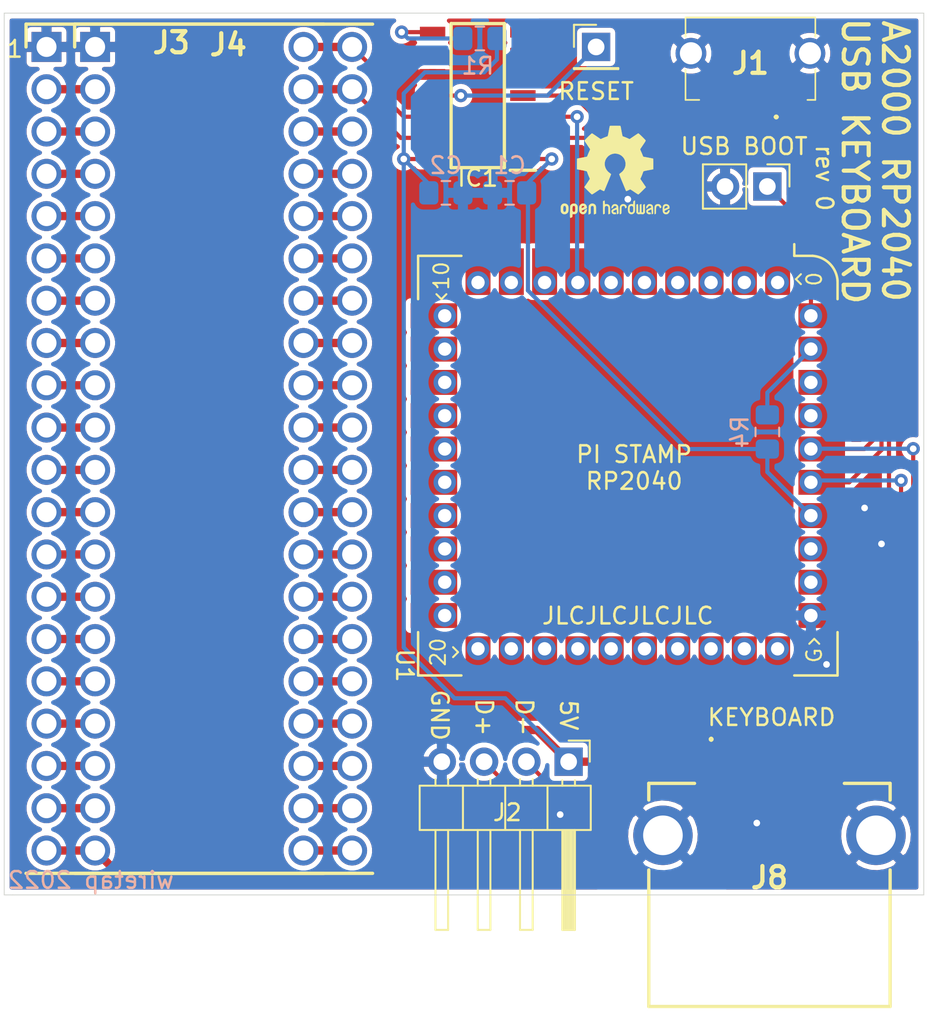
<source format=kicad_pcb>
(kicad_pcb (version 20171130) (host pcbnew "(5.1.6)-1")
  (layers (0 F.Cu signal) (31 B.Cu signal) (34 B.Paste user) (35 F.Paste user) (36 B.SilkS user) (37 F.SilkS user) (38 B.Mask user) (39 F.Mask user) (44 Edge.Cuts user))
  (net 0 "")
  (net 1 +3V3)
  (net 2 GND)
  (net 3 +5V)
  (net 4 KB_RESET)
  (net 5 KB_DATA)
  (net 6 KB_CLK)
  (net 7 "Net-(IC1-Pad6)")
  (net 8 "Net-(IC1-Pad7)")
  (net 9 "Net-(IC1-Pad8)")
  (net 10 "Net-(IC1-Pad9)")
  (net 11 KB_CLK_RAW)
  (net 12 KB_DATA_RAW)
  (net 13 KB_RESET_RAW)
  (net 14 USB_DM)
  (net 15 USB_DP)
  (net 16 "Net-(J1-Pad4)")
  (net 17 I2C_SCL)
  (net 18 I2C_SDA)
  (net 19 UART_TX)
  (net 20 UART_RX)
  (net 21 SWDIO)
  (net 22 SWCLK)
  (net 23 BOOTSEL)
  (net 24 "Net-(U1-Pad32)")
  (net 25 "Net-(U1-Pad30)")
  (net 26 "Net-(U1-Pad29)")
  (net 27 "Net-(U1-Pad28)")
  (net 28 "Net-(U1-Pad27)")
  (net 29 "Net-(U1-Pad26)")
  (net 30 "Net-(U1-Pad25)")
  (net 31 "Net-(U1-Pad24)")
  (net 32 "Net-(U1-Pad23)")
  (net 33 "Net-(U1-Pad22)")
  (net 34 "Net-(U1-Pad21)")
  (net 35 "Net-(U1-Pad20)")
  (net 36 "Net-(U1-Pad19)")
  (net 37 "Net-(U1-Pad18)")
  (net 38 "Net-(U1-Pad17)")
  (net 39 "Net-(U1-Pad16)")
  (net 40 "Net-(U1-Pad15)")
  (net 41 "Net-(U1-Pad14)")
  (net 42 "Net-(U1-Pad13)")
  (net 43 "Net-(U1-Pad12)")
  (net 44 "Net-(U1-Pad11)")
  (net 45 "Net-(U1-Pad10)")
  (net 46 "Net-(U1-Pad9)")
  (net 47 "Net-(U1-Pad8)")
  (net 48 "Net-(R4-Pad1)")
  (net 49 2)
  (net 50 3)
  (net 51 4)
  (net 52 5)
  (net 53 6)
  (net 54 7)
  (net 55 8)
  (net 56 9)
  (net 57 10)
  (net 58 11)
  (net 59 12)
  (net 60 13)
  (net 61 14)
  (net 62 15)
  (net 63 16)
  (net 64 17)
  (net 65 18)
  (net 66 19)
  (net 67 21)
  (net 68 22)
  (net 69 23)
  (net 70 24)
  (net 71 25)
  (net 72 26)
  (net 73 27)
  (net 74 28)
  (net 75 29)
  (net 76 30)
  (net 77 31)
  (net 78 32)
  (net 79 33)
  (net 80 34)
  (net 81 35)
  (net 82 36)
  (net 83 37)
  (net 84 38)
  (module Symbol:OSHW-Logo2_7.3x6mm_SilkScreen (layer F.Cu) (at 164.973 75.565)
    (fp_text reference REF** hide)
    (fp_text value OSHW-Logo2_7.3x6mm_SilkScreen hide)
  )
  (module Capacitor_SMD:C_0805_2012Metric_Pad1.15x1.40mm_HandSolder (layer B.Cu) (at 158.632 76.835 180)
    (fp_text reference C1 (at 0 1.65) (layer B.SilkS) (effects (justify mirror)))
    (fp_text value 100nF)
    (pad 1 smd roundrect (at -1.025 0 180) (size 1.15 1.4) (layers B.Cu B.Paste B.Mask) (roundrect_rratio 0.217391) (net 1 +3V3))
    (pad 2 smd roundrect (at 1.025 0 180) (size 1.15 1.4) (layers B.Cu B.Paste B.Mask) (roundrect_rratio 0.217391) (net 2 GND))
  )
  (module Capacitor_SMD:C_0805_2012Metric_Pad1.15x1.40mm_HandSolder (layer B.Cu) (at 154.804 76.835 180)
    (fp_text reference C2 (at 0 1.65) (layer B.SilkS) (effects (justify mirror)))
    (fp_text value 100nF)
    (pad 2 smd roundrect (at 1.025 0 180) (size 1.15 1.4) (layers B.Cu B.Paste B.Mask) (roundrect_rratio 0.217391) (net 3 +5V))
    (pad 1 smd roundrect (at -1.025 0 180) (size 1.15 1.4) (layers B.Cu B.Paste B.Mask) (roundrect_rratio 0.217391) (net 2 GND))
  )
  (module SOIC127P600X175-14N (layer F.Cu) (at 156.718 70.993 180)
    (fp_text reference IC1 (at 0 -4.953 180) (layer F.SilkS))
    (fp_text value TXS0104ED hide)
    (pad 1 smd rect (at -2.712 -3.81 270) (size 0.65 1.525) (layers F.Cu F.Paste F.Mask) (net 1 +3V3))
    (pad 2 smd rect (at -2.712 -2.54 270) (size 0.65 1.525) (layers F.Cu F.Paste F.Mask) (net 5 KB_DATA))
    (pad 3 smd rect (at -2.712 -1.27 270) (size 0.65 1.525) (layers F.Cu F.Paste F.Mask) (net 6 KB_CLK))
    (pad 4 smd rect (at -2.712 0 270) (size 0.65 1.525) (layers F.Cu F.Paste F.Mask) (net 4 KB_RESET))
    (pad 5 smd rect (at -2.712 1.27 270) (size 0.65 1.525) (layers F.Cu F.Paste F.Mask) (net 2 GND))
    (pad 6 smd rect (at -2.712 2.54 270) (size 0.65 1.525) (layers F.Cu F.Paste F.Mask) (net 7 "Net-(IC1-Pad6)"))
    (pad 7 smd rect (at -2.712 3.81 270) (size 0.65 1.525) (layers F.Cu F.Paste F.Mask) (net 8 "Net-(IC1-Pad7)"))
    (pad 8 smd rect (at 2.712 3.81 270) (size 0.65 1.525) (layers F.Cu F.Paste F.Mask) (net 9 "Net-(IC1-Pad8)"))
    (pad 9 smd rect (at 2.712 2.54 270) (size 0.65 1.525) (layers F.Cu F.Paste F.Mask) (net 10 "Net-(IC1-Pad9)"))
    (pad 10 smd rect (at 2.712 1.27 270) (size 0.65 1.525) (layers F.Cu F.Paste F.Mask) (net 2 GND))
    (pad 11 smd rect (at 2.712 0 270) (size 0.65 1.525) (layers F.Cu F.Paste F.Mask) (net 13 KB_RESET_RAW))
    (pad 12 smd rect (at 2.712 -1.27 270) (size 0.65 1.525) (layers F.Cu F.Paste F.Mask) (net 11 KB_CLK_RAW))
    (pad 13 smd rect (at 2.712 -2.54 270) (size 0.65 1.525) (layers F.Cu F.Paste F.Mask) (net 12 KB_DATA_RAW))
    (pad 14 smd rect (at 2.712 -3.81 270) (size 0.65 1.525) (layers F.Cu F.Paste F.Mask) (net 3 +5V))
  )
  (module USB307530A (layer F.Cu) (at 173.101 68.453 180)
    (fp_text reference J1 (at 0 -0.6) (layer F.SilkS) (effects (font (size 1.27 1.27) (thickness 0.254))))
    (fp_text value USB3075-30-A hide)
    (pad 1 smd rect (at -1.3 -2.65 180) (size 0.4 1.4) (layers F.Cu F.Paste F.Mask) (net 3 +5V))
    (pad 2 smd rect (at -0.65 -2.65 180) (size 0.4 1.4) (layers F.Cu F.Paste F.Mask) (net 14 USB_DM))
    (pad 3 smd rect (at 0 -2.65 180) (size 0.4 1.4) (layers F.Cu F.Paste F.Mask) (net 15 USB_DP))
    (pad 4 smd rect (at 0.65 -2.65 180) (size 0.4 1.4) (layers F.Cu F.Paste F.Mask) (net 16 "Net-(J1-Pad4)"))
    (pad 5 smd rect (at 1.3 -2.65 180) (size 0.4 1.4) (layers F.Cu F.Paste F.Mask) (net 2 GND))
    (pad MH1 thru_hole circle (at -3.575 0 180) (size 1.85 1.85) (drill 1.3285) (layers *.Cu *.Mask) (net 2 GND))
    (pad MH2 thru_hole circle (at 3.575 0 180) (size 1.85 1.85) (drill 1.3285) (layers *.Cu *.Mask) (net 2 GND))
    (pad MP1 smd rect (at -1.125 0 180) (size 1.75 1.9) (layers F.Cu F.Paste F.Mask) (net 2 GND))
    (pad MP2 smd rect (at 1.125 0 180) (size 1.75 1.9) (layers F.Cu F.Paste F.Mask) (net 2 GND))
    (pad MP3 smd rect (at -2.32 -2.23 180) (size 1.15 1.45) (layers F.Cu F.Paste F.Mask) (net 2 GND))
    (pad MP4 smd rect (at 2.32 -2.23 180) (size 1.15 1.45) (layers F.Cu F.Paste F.Mask) (net 2 GND))
  )
  (module DIPS1544W70P254L5080H530Q40N (layer F.Cu) (at 130.81 68.072)
    (fp_text reference J3 (at 7.493 -0.254) (layer F.SilkS) (effects (font (size 1.27 1.27) (thickness 0.254))))
    (fp_text value CIA hide)
    (pad 1 thru_hole rect (at 0 0) (size 1.8 1.8) (drill 1.2) (layers *.Cu *.Mask) (net 2 GND))
    (pad 2 thru_hole circle (at 0 2.54) (size 1.8 1.8) (drill 1.2) (layers *.Cu *.Mask) (net 49 2))
    (pad 3 thru_hole circle (at 0 5.08) (size 1.8 1.8) (drill 1.2) (layers *.Cu *.Mask) (net 50 3))
    (pad 4 thru_hole circle (at 0 7.62) (size 1.8 1.8) (drill 1.2) (layers *.Cu *.Mask) (net 51 4))
    (pad 5 thru_hole circle (at 0 10.16) (size 1.8 1.8) (drill 1.2) (layers *.Cu *.Mask) (net 52 5))
    (pad 6 thru_hole circle (at 0 12.7) (size 1.8 1.8) (drill 1.2) (layers *.Cu *.Mask) (net 53 6))
    (pad 7 thru_hole circle (at 0 15.24) (size 1.8 1.8) (drill 1.2) (layers *.Cu *.Mask) (net 54 7))
    (pad 8 thru_hole circle (at 0 17.78) (size 1.8 1.8) (drill 1.2) (layers *.Cu *.Mask) (net 55 8))
    (pad 9 thru_hole circle (at 0 20.32) (size 1.8 1.8) (drill 1.2) (layers *.Cu *.Mask) (net 56 9))
    (pad 10 thru_hole circle (at 0 22.86) (size 1.8 1.8) (drill 1.2) (layers *.Cu *.Mask) (net 57 10))
    (pad 11 thru_hole circle (at 0 25.4) (size 1.8 1.8) (drill 1.2) (layers *.Cu *.Mask) (net 58 11))
    (pad 12 thru_hole circle (at 0 27.94) (size 1.8 1.8) (drill 1.2) (layers *.Cu *.Mask) (net 59 12))
    (pad 13 thru_hole circle (at 0 30.48) (size 1.8 1.8) (drill 1.2) (layers *.Cu *.Mask) (net 60 13))
    (pad 14 thru_hole circle (at 0 33.02) (size 1.8 1.8) (drill 1.2) (layers *.Cu *.Mask) (net 61 14))
    (pad 15 thru_hole circle (at 0 35.56) (size 1.8 1.8) (drill 1.2) (layers *.Cu *.Mask) (net 62 15))
    (pad 16 thru_hole circle (at 0 38.1) (size 1.8 1.8) (drill 1.2) (layers *.Cu *.Mask) (net 63 16))
    (pad 17 thru_hole circle (at 0 40.64) (size 1.8 1.8) (drill 1.2) (layers *.Cu *.Mask) (net 64 17))
    (pad 18 thru_hole circle (at 0 43.18) (size 1.8 1.8) (drill 1.2) (layers *.Cu *.Mask) (net 65 18))
    (pad 19 thru_hole circle (at 0 45.72) (size 1.8 1.8) (drill 1.2) (layers *.Cu *.Mask) (net 66 19))
    (pad 20 thru_hole circle (at 0 48.26) (size 1.8 1.8) (drill 1.2) (layers *.Cu *.Mask) (net 3 +5V))
    (pad 21 thru_hole circle (at 15.44 48.26) (size 1.8 1.8) (drill 1.2) (layers *.Cu *.Mask) (net 67 21))
    (pad 22 thru_hole circle (at 15.44 45.72) (size 1.8 1.8) (drill 1.2) (layers *.Cu *.Mask) (net 68 22))
    (pad 23 thru_hole circle (at 15.44 43.18) (size 1.8 1.8) (drill 1.2) (layers *.Cu *.Mask) (net 69 23))
    (pad 24 thru_hole circle (at 15.44 40.64) (size 1.8 1.8) (drill 1.2) (layers *.Cu *.Mask) (net 70 24))
    (pad 25 thru_hole circle (at 15.44 38.1) (size 1.8 1.8) (drill 1.2) (layers *.Cu *.Mask) (net 71 25))
    (pad 26 thru_hole circle (at 15.44 35.56) (size 1.8 1.8) (drill 1.2) (layers *.Cu *.Mask) (net 72 26))
    (pad 27 thru_hole circle (at 15.44 33.02) (size 1.8 1.8) (drill 1.2) (layers *.Cu *.Mask) (net 73 27))
    (pad 28 thru_hole circle (at 15.44 30.48) (size 1.8 1.8) (drill 1.2) (layers *.Cu *.Mask) (net 74 28))
    (pad 29 thru_hole circle (at 15.44 27.94) (size 1.8 1.8) (drill 1.2) (layers *.Cu *.Mask) (net 75 29))
    (pad 30 thru_hole circle (at 15.44 25.4) (size 1.8 1.8) (drill 1.2) (layers *.Cu *.Mask) (net 76 30))
    (pad 31 thru_hole circle (at 15.44 22.86) (size 1.8 1.8) (drill 1.2) (layers *.Cu *.Mask) (net 77 31))
    (pad 32 thru_hole circle (at 15.44 20.32) (size 1.8 1.8) (drill 1.2) (layers *.Cu *.Mask) (net 78 32))
    (pad 33 thru_hole circle (at 15.44 17.78) (size 1.8 1.8) (drill 1.2) (layers *.Cu *.Mask) (net 79 33))
    (pad 34 thru_hole circle (at 15.44 15.24) (size 1.8 1.8) (drill 1.2) (layers *.Cu *.Mask) (net 80 34))
    (pad 35 thru_hole circle (at 15.44 12.7) (size 1.8 1.8) (drill 1.2) (layers *.Cu *.Mask) (net 81 35))
    (pad 36 thru_hole circle (at 15.44 10.16) (size 1.8 1.8) (drill 1.2) (layers *.Cu *.Mask) (net 82 36))
    (pad 37 thru_hole circle (at 15.44 7.62) (size 1.8 1.8) (drill 1.2) (layers *.Cu *.Mask) (net 83 37))
    (pad 38 thru_hole circle (at 15.44 5.08) (size 1.8 1.8) (drill 1.2) (layers *.Cu *.Mask) (net 84 38))
    (pad 39 thru_hole circle (at 15.44 2.54) (size 1.8 1.8) (drill 1.2) (layers *.Cu *.Mask) (net 12 KB_DATA_RAW))
    (pad 40 thru_hole circle (at 15.44 0) (size 1.8 1.8) (drill 1.2) (layers *.Cu *.Mask) (net 11 KB_CLK_RAW))
  )
  (module DIPS1544W70P254L5080H530Q40N (layer F.Cu) (at 133.731 68.072)
    (fp_text reference J4 (at 8.001 -0.127) (layer F.SilkS) (effects (font (size 1.27 1.27) (thickness 0.254))))
    (fp_text value CIA-board hide)
    (pad 40 thru_hole circle (at 15.44 0) (size 1.8 1.8) (drill 1.2) (layers *.Cu *.Mask) (net 11 KB_CLK_RAW))
    (pad 39 thru_hole circle (at 15.44 2.54) (size 1.8 1.8) (drill 1.2) (layers *.Cu *.Mask) (net 12 KB_DATA_RAW))
    (pad 38 thru_hole circle (at 15.44 5.08) (size 1.8 1.8) (drill 1.2) (layers *.Cu *.Mask) (net 84 38))
    (pad 37 thru_hole circle (at 15.44 7.62) (size 1.8 1.8) (drill 1.2) (layers *.Cu *.Mask) (net 83 37))
    (pad 36 thru_hole circle (at 15.44 10.16) (size 1.8 1.8) (drill 1.2) (layers *.Cu *.Mask) (net 82 36))
    (pad 35 thru_hole circle (at 15.44 12.7) (size 1.8 1.8) (drill 1.2) (layers *.Cu *.Mask) (net 81 35))
    (pad 34 thru_hole circle (at 15.44 15.24) (size 1.8 1.8) (drill 1.2) (layers *.Cu *.Mask) (net 80 34))
    (pad 33 thru_hole circle (at 15.44 17.78) (size 1.8 1.8) (drill 1.2) (layers *.Cu *.Mask) (net 79 33))
    (pad 32 thru_hole circle (at 15.44 20.32) (size 1.8 1.8) (drill 1.2) (layers *.Cu *.Mask) (net 78 32))
    (pad 31 thru_hole circle (at 15.44 22.86) (size 1.8 1.8) (drill 1.2) (layers *.Cu *.Mask) (net 77 31))
    (pad 30 thru_hole circle (at 15.44 25.4) (size 1.8 1.8) (drill 1.2) (layers *.Cu *.Mask) (net 76 30))
    (pad 29 thru_hole circle (at 15.44 27.94) (size 1.8 1.8) (drill 1.2) (layers *.Cu *.Mask) (net 75 29))
    (pad 28 thru_hole circle (at 15.44 30.48) (size 1.8 1.8) (drill 1.2) (layers *.Cu *.Mask) (net 74 28))
    (pad 27 thru_hole circle (at 15.44 33.02) (size 1.8 1.8) (drill 1.2) (layers *.Cu *.Mask) (net 73 27))
    (pad 26 thru_hole circle (at 15.44 35.56) (size 1.8 1.8) (drill 1.2) (layers *.Cu *.Mask) (net 72 26))
    (pad 25 thru_hole circle (at 15.44 38.1) (size 1.8 1.8) (drill 1.2) (layers *.Cu *.Mask) (net 71 25))
    (pad 24 thru_hole circle (at 15.44 40.64) (size 1.8 1.8) (drill 1.2) (layers *.Cu *.Mask) (net 70 24))
    (pad 23 thru_hole circle (at 15.44 43.18) (size 1.8 1.8) (drill 1.2) (layers *.Cu *.Mask) (net 69 23))
    (pad 22 thru_hole circle (at 15.44 45.72) (size 1.8 1.8) (drill 1.2) (layers *.Cu *.Mask) (net 68 22))
    (pad 21 thru_hole circle (at 15.44 48.26) (size 1.8 1.8) (drill 1.2) (layers *.Cu *.Mask) (net 67 21))
    (pad 20 thru_hole circle (at 0 48.26) (size 1.8 1.8) (drill 1.2) (layers *.Cu *.Mask) (net 3 +5V))
    (pad 19 thru_hole circle (at 0 45.72) (size 1.8 1.8) (drill 1.2) (layers *.Cu *.Mask) (net 66 19))
    (pad 18 thru_hole circle (at 0 43.18) (size 1.8 1.8) (drill 1.2) (layers *.Cu *.Mask) (net 65 18))
    (pad 17 thru_hole circle (at 0 40.64) (size 1.8 1.8) (drill 1.2) (layers *.Cu *.Mask) (net 64 17))
    (pad 16 thru_hole circle (at 0 38.1) (size 1.8 1.8) (drill 1.2) (layers *.Cu *.Mask) (net 63 16))
    (pad 15 thru_hole circle (at 0 35.56) (size 1.8 1.8) (drill 1.2) (layers *.Cu *.Mask) (net 62 15))
    (pad 14 thru_hole circle (at 0 33.02) (size 1.8 1.8) (drill 1.2) (layers *.Cu *.Mask) (net 61 14))
    (pad 13 thru_hole circle (at 0 30.48) (size 1.8 1.8) (drill 1.2) (layers *.Cu *.Mask) (net 60 13))
    (pad 12 thru_hole circle (at 0 27.94) (size 1.8 1.8) (drill 1.2) (layers *.Cu *.Mask) (net 59 12))
    (pad 11 thru_hole circle (at 0 25.4) (size 1.8 1.8) (drill 1.2) (layers *.Cu *.Mask) (net 58 11))
    (pad 10 thru_hole circle (at 0 22.86) (size 1.8 1.8) (drill 1.2) (layers *.Cu *.Mask) (net 57 10))
    (pad 9 thru_hole circle (at 0 20.32) (size 1.8 1.8) (drill 1.2) (layers *.Cu *.Mask) (net 56 9))
    (pad 8 thru_hole circle (at 0 17.78) (size 1.8 1.8) (drill 1.2) (layers *.Cu *.Mask) (net 55 8))
    (pad 7 thru_hole circle (at 0 15.24) (size 1.8 1.8) (drill 1.2) (layers *.Cu *.Mask) (net 54 7))
    (pad 6 thru_hole circle (at 0 12.7) (size 1.8 1.8) (drill 1.2) (layers *.Cu *.Mask) (net 53 6))
    (pad 5 thru_hole circle (at 0 10.16) (size 1.8 1.8) (drill 1.2) (layers *.Cu *.Mask) (net 52 5))
    (pad 4 thru_hole circle (at 0 7.62) (size 1.8 1.8) (drill 1.2) (layers *.Cu *.Mask) (net 51 4))
    (pad 3 thru_hole circle (at 0 5.08) (size 1.8 1.8) (drill 1.2) (layers *.Cu *.Mask) (net 50 3))
    (pad 2 thru_hole circle (at 0 2.54) (size 1.8 1.8) (drill 1.2) (layers *.Cu *.Mask) (net 49 2))
    (pad 1 thru_hole rect (at 0 0) (size 1.8 1.8) (drill 1.2) (layers *.Cu *.Mask) (net 2 GND))
  )
  (module Connector_PinHeader_2.54mm:PinHeader_1x01_P2.54mm_Vertical (layer F.Cu) (at 163.83 68.072)
    (fp_text reference J7 hide)
    (fp_text value Amiga_Reset)
    (pad 1 thru_hole rect (at 0 0) (size 1.7 1.7) (drill 1) (layers *.Cu *.Mask) (net 13 KB_RESET_RAW))
  )
  (module USB1046GF0190LBA (layer F.Cu) (at 174.244 118.999)
    (fp_text reference J8 (at 0 -1.04) (layer F.SilkS) (effects (font (size 1.27 1.27) (thickness 0.254))))
    (fp_text value USB1046-GF-0190-L-B-A hide)
    (pad 1 smd rect (at -3.5 -7.28) (size 1.3 3) (layers F.Cu F.Paste F.Mask) (net 3 +5V))
    (pad 2 smd rect (at -1 -7.28) (size 1.3 3) (layers F.Cu F.Paste F.Mask) (net 14 USB_DM))
    (pad 3 smd rect (at 1 -7.28) (size 1.3 3) (layers F.Cu F.Paste F.Mask) (net 15 USB_DP))
    (pad 4 smd rect (at 3.5 -7.28) (size 1.3 3) (layers F.Cu F.Paste F.Mask) (net 2 GND))
    (pad MH1 thru_hole circle (at -6.4 -3.58) (size 3.57 3.57) (drill 2.38) (layers *.Cu *.Mask) (net 2 GND))
    (pad MH2 thru_hole circle (at 6.4 -3.58) (size 3.57 3.57) (drill 2.38) (layers *.Cu *.Mask) (net 2 GND))
  )
  (module Connector_PinHeader_2.54mm:PinHeader_1x02_P2.54mm_Vertical (layer F.Cu) (at 174.117 76.454 270)
    (fp_text reference J9 hide)
    (fp_text value USB_BOOT)
    (pad 1 thru_hole rect (at 0 0 270) (size 1.7 1.7) (drill 1) (layers *.Cu *.Mask) (net 23 BOOTSEL))
    (pad 2 thru_hole oval (at 0 2.54 270) (size 1.7 1.7) (drill 1) (layers *.Cu *.Mask) (net 2 GND))
  )
  (module Resistor_SMD:R_0805_2012Metric_Pad1.15x1.40mm_HandSolder (layer B.Cu) (at 156.845 67.564 180)
    (fp_text reference R1 (at 0.127 -1.651) (layer B.SilkS) (effects (justify mirror)))
    (fp_text value 10k)
    (pad 1 smd roundrect (at -1.025 0 180) (size 1.15 1.4) (layers B.Cu B.Paste B.Mask) (roundrect_rratio 0.217391) (net 3 +5V))
    (pad 2 smd roundrect (at 1.025 0 180) (size 1.15 1.4) (layers B.Cu B.Paste B.Mask) (roundrect_rratio 0.217391) (net 9 "Net-(IC1-Pad8)"))
  )
  (module Resistor_SMD:R_0805_2012Metric_Pad1.15x1.40mm_HandSolder (layer B.Cu) (at 174.117 91.195 270)
    (fp_text reference R4 (at 0 1.65 90) (layer B.SilkS) (effects (justify mirror)))
    (fp_text value 10k)
    (pad 2 smd roundrect (at 1.025 0 270) (size 1.15 1.4) (layers B.Cu B.Paste B.Mask) (roundrect_rratio 0.217391) (net 1 +3V3))
    (pad 1 smd roundrect (at -1.025 0 270) (size 1.15 1.4) (layers B.Cu B.Paste B.Mask) (roundrect_rratio 0.217391) (net 48 "Net-(R4-Pad1)"))
  )
  (module SamacSys_Parts:RP2040_Stamp_THT (layer F.Cu) (at 165.735 93.218 270)
    (fp_text reference U1 (at 12 13.4 270 unlocked) (layer F.SilkS))
    (fp_text value RP2040_Stamp)
    (fp_text user 10 (at -11.4 11.2 90) (layer F.SilkS) (effects (font (size 0.9 0.9) (thickness 0.12))))
    (fp_text user 0 (at -11.2 -11.2 90) (layer F.SilkS) (effects (font (size 0.9 0.9) (thickness 0.12))))
    (fp_text user 20 (at 11.2 11.4 90) (layer F.SilkS) (effects (font (size 0.9 0.9) (thickness 0.12))))
    (fp_text user G (at 11.4 -11.2 90) (layer F.SilkS) (effects (font (size 0.9 0.9) (thickness 0.12))))
    (pad 40 thru_hole oval (at -9 -11 270) (size 1.35 1.35) (drill 0.8) (layers *.Cu *.Mask) (net 23 BOOTSEL))
    (pad 40 smd rect (at -9 -11.65 180) (size 2.8 1.5) (layers F.Cu F.Paste F.Mask) (net 23 BOOTSEL))
    (pad 39 smd rect (at -7 -11.65 180) (size 2.8 1.5) (layers F.Cu F.Paste F.Mask) (net 48 "Net-(R4-Pad1)"))
    (pad 39 thru_hole oval (at -7 -11 270) (size 1.35 1.35) (drill 0.8) (layers *.Cu *.Mask) (net 48 "Net-(R4-Pad1)"))
    (pad 38 thru_hole oval (at -5 -11 270) (size 1.35 1.35) (drill 0.8) (layers *.Cu *.Mask) (net 22 SWCLK))
    (pad 38 smd rect (at -5 -11.65 180) (size 2.8 1.5) (layers F.Cu F.Paste F.Mask) (net 22 SWCLK))
    (pad 37 smd rect (at -3 -11.65 180) (size 2.8 1.5) (layers F.Cu F.Paste F.Mask) (net 21 SWDIO))
    (pad 37 thru_hole oval (at -3 -11 270) (size 1.35 1.35) (drill 0.8) (layers *.Cu *.Mask) (net 21 SWDIO))
    (pad 36 thru_hole oval (at -1 -11 270) (size 1.35 1.35) (drill 0.8) (layers *.Cu *.Mask) (net 15 USB_DP))
    (pad 36 smd rect (at -1 -11.65 180) (size 2.8 1.5) (layers F.Cu F.Paste F.Mask) (net 15 USB_DP))
    (pad 35 thru_hole oval (at 1 -11 270) (size 1.35 1.35) (drill 0.8) (layers *.Cu *.Mask) (net 14 USB_DM))
    (pad 35 smd rect (at 1 -11.65 180) (size 2.8 1.5) (layers F.Cu F.Paste F.Mask) (net 14 USB_DM))
    (pad 34 smd rect (at 3 -11.65 180) (size 2.8 1.5) (layers F.Cu F.Paste F.Mask) (net 1 +3V3))
    (pad 34 thru_hole oval (at 3 -11 270) (size 1.35 1.35) (drill 0.8) (layers *.Cu *.Mask) (net 1 +3V3))
    (pad 33 smd rect (at 5 -11.65 180) (size 2.8 1.5) (layers F.Cu F.Paste F.Mask) (net 3 +5V))
    (pad 33 thru_hole oval (at 5 -11 270) (size 1.35 1.35) (drill 0.8) (layers *.Cu *.Mask) (net 3 +5V))
    (pad 32 thru_hole oval (at 7 -11 270) (size 1.35 1.35) (drill 0.8) (layers *.Cu *.Mask) (net 24 "Net-(U1-Pad32)"))
    (pad 32 smd rect (at 7 -11.65 180) (size 2.8 1.5) (layers F.Cu F.Paste F.Mask) (net 24 "Net-(U1-Pad32)"))
    (pad 31 thru_hole oval (at 9 -11 270) (size 1.35 1.35) (drill 0.8) (layers *.Cu *.Mask) (net 2 GND))
    (pad 31 smd rect (at 9 -11.65 180) (size 2.8 1.5) (layers F.Cu F.Paste F.Mask) (net 2 GND))
    (pad 30 smd rect (at 11.65 -9 270) (size 2.8 1.5) (layers F.Cu F.Paste F.Mask) (net 25 "Net-(U1-Pad30)"))
    (pad 30 thru_hole oval (at 11 -9 270) (size 1.35 1.35) (drill 0.8) (layers *.Cu *.Mask) (net 25 "Net-(U1-Pad30)"))
    (pad 29 smd rect (at 11.65 -7 270) (size 2.8 1.5) (layers F.Cu F.Paste F.Mask) (net 26 "Net-(U1-Pad29)"))
    (pad 29 thru_hole oval (at 11 -7 270) (size 1.35 1.35) (drill 0.8) (layers *.Cu *.Mask) (net 26 "Net-(U1-Pad29)"))
    (pad 28 smd rect (at 11.65 -5 270) (size 2.8 1.5) (layers F.Cu F.Paste F.Mask) (net 27 "Net-(U1-Pad28)"))
    (pad 28 thru_hole oval (at 11 -5 270) (size 1.35 1.35) (drill 0.8) (layers *.Cu *.Mask) (net 27 "Net-(U1-Pad28)"))
    (pad 27 smd rect (at 11.65 -3 270) (size 2.8 1.5) (layers F.Cu F.Paste F.Mask) (net 28 "Net-(U1-Pad27)"))
    (pad 27 thru_hole oval (at 11 -3 270) (size 1.35 1.35) (drill 0.8) (layers *.Cu *.Mask) (net 28 "Net-(U1-Pad27)"))
    (pad 26 thru_hole oval (at 11 -1 270) (size 1.35 1.35) (drill 0.8) (layers *.Cu *.Mask) (net 29 "Net-(U1-Pad26)"))
    (pad 26 smd rect (at 11.65 -1 270) (size 2.8 1.5) (layers F.Cu F.Paste F.Mask) (net 29 "Net-(U1-Pad26)"))
    (pad 25 smd rect (at 11.65 1 270) (size 2.8 1.5) (layers F.Cu F.Paste F.Mask) (net 30 "Net-(U1-Pad25)"))
    (pad 25 thru_hole oval (at 11 1 270) (size 1.35 1.35) (drill 0.8) (layers *.Cu *.Mask) (net 30 "Net-(U1-Pad25)"))
    (pad 24 thru_hole oval (at 11 3 270) (size 1.35 1.35) (drill 0.8) (layers *.Cu *.Mask) (net 31 "Net-(U1-Pad24)"))
    (pad 24 smd rect (at 11.65 3 270) (size 2.8 1.5) (layers F.Cu F.Paste F.Mask) (net 31 "Net-(U1-Pad24)"))
    (pad 23 smd rect (at 11.65 5 270) (size 2.8 1.5) (layers F.Cu F.Paste F.Mask) (net 32 "Net-(U1-Pad23)"))
    (pad 23 thru_hole oval (at 11 5 270) (size 1.35 1.35) (drill 0.8) (layers *.Cu *.Mask) (net 32 "Net-(U1-Pad23)"))
    (pad 22 smd rect (at 11.65 7 270) (size 2.8 1.5) (layers F.Cu F.Paste F.Mask) (net 33 "Net-(U1-Pad22)"))
    (pad 22 thru_hole oval (at 11 7 270) (size 1.35 1.35) (drill 0.8) (layers *.Cu *.Mask) (net 33 "Net-(U1-Pad22)"))
    (pad 21 smd rect (at 11.65 9 270) (size 2.8 1.5) (layers F.Cu F.Paste F.Mask) (net 34 "Net-(U1-Pad21)"))
    (pad 21 thru_hole oval (at 11 9 270) (size 1.35 1.35) (drill 0.8) (layers *.Cu *.Mask) (net 34 "Net-(U1-Pad21)"))
    (pad 20 thru_hole oval (at 9 11 270) (size 1.35 1.35) (drill 0.8) (layers *.Cu *.Mask) (net 35 "Net-(U1-Pad20)"))
    (pad 20 smd rect (at 9 11.65 180) (size 2.8 1.5) (layers F.Cu F.Paste F.Mask) (net 35 "Net-(U1-Pad20)"))
    (pad 19 thru_hole oval (at 7 11 270) (size 1.35 1.35) (drill 0.8) (layers *.Cu *.Mask) (net 36 "Net-(U1-Pad19)"))
    (pad 19 smd rect (at 7 11.65 180) (size 2.8 1.5) (layers F.Cu F.Paste F.Mask) (net 36 "Net-(U1-Pad19)"))
    (pad 18 smd rect (at 5 11.65 180) (size 2.8 1.5) (layers F.Cu F.Paste F.Mask) (net 37 "Net-(U1-Pad18)"))
    (pad 18 thru_hole oval (at 5 11 270) (size 1.35 1.35) (drill 0.8) (layers *.Cu *.Mask) (net 37 "Net-(U1-Pad18)"))
    (pad 17 smd rect (at 3 11.65 180) (size 2.8 1.5) (layers F.Cu F.Paste F.Mask) (net 38 "Net-(U1-Pad17)"))
    (pad 17 thru_hole oval (at 3 11 270) (size 1.35 1.35) (drill 0.8) (layers *.Cu *.Mask) (net 38 "Net-(U1-Pad17)"))
    (pad 16 thru_hole oval (at 1 11 270) (size 1.35 1.35) (drill 0.8) (layers *.Cu *.Mask) (net 39 "Net-(U1-Pad16)"))
    (pad 16 smd rect (at 1 11.65 180) (size 2.8 1.5) (layers F.Cu F.Paste F.Mask) (net 39 "Net-(U1-Pad16)"))
    (pad 15 smd rect (at -1 11.65 180) (size 2.8 1.5) (layers F.Cu F.Paste F.Mask) (net 40 "Net-(U1-Pad15)"))
    (pad 15 thru_hole oval (at -1 11 270) (size 1.35 1.35) (drill 0.8) (layers *.Cu *.Mask) (net 40 "Net-(U1-Pad15)"))
    (pad 14 smd rect (at -3 11.65 180) (size 2.8 1.5) (layers F.Cu F.Paste F.Mask) (net 41 "Net-(U1-Pad14)"))
    (pad 14 thru_hole oval (at -3 11 270) (size 1.35 1.35) (drill 0.8) (layers *.Cu *.Mask) (net 41 "Net-(U1-Pad14)"))
    (pad 13 smd rect (at -5 11.65 180) (size 2.8 1.5) (layers F.Cu F.Paste F.Mask) (net 42 "Net-(U1-Pad13)"))
    (pad 13 thru_hole oval (at -5 11 270) (size 1.35 1.35) (drill 0.8) (layers *.Cu *.Mask) (net 42 "Net-(U1-Pad13)"))
    (pad 12 smd rect (at -7 11.65 180) (size 2.8 1.5) (layers F.Cu F.Paste F.Mask) (net 43 "Net-(U1-Pad12)"))
    (pad 12 thru_hole oval (at -7 11 270) (size 1.35 1.35) (drill 0.8) (layers *.Cu *.Mask) (net 43 "Net-(U1-Pad12)"))
    (pad 11 thru_hole oval (at -9 11 270) (size 1.35 1.35) (drill 0.8) (layers *.Cu *.Mask) (net 44 "Net-(U1-Pad11)"))
    (pad 11 smd rect (at -9 11.65 180) (size 2.8 1.5) (layers F.Cu F.Paste F.Mask) (net 44 "Net-(U1-Pad11)"))
    (pad 10 smd rect (at -11.65 9 270) (size 2.8 1.5) (layers F.Cu F.Paste F.Mask) (net 45 "Net-(U1-Pad10)"))
    (pad 10 thru_hole oval (at -11 9 270) (size 1.35 1.35) (drill 0.8) (layers *.Cu *.Mask) (net 45 "Net-(U1-Pad10)"))
    (pad 9 smd rect (at -11.65 7 270) (size 2.8 1.5) (layers F.Cu F.Paste F.Mask) (net 46 "Net-(U1-Pad9)"))
    (pad 9 thru_hole oval (at -11 7 270) (size 1.35 1.35) (drill 0.8) (layers *.Cu *.Mask) (net 46 "Net-(U1-Pad9)"))
    (pad 8 smd rect (at -11.65 5 270) (size 2.8 1.5) (layers F.Cu F.Paste F.Mask) (net 47 "Net-(U1-Pad8)"))
    (pad 8 thru_hole oval (at -11 5 270) (size 1.35 1.35) (drill 0.8) (layers *.Cu *.Mask) (net 47 "Net-(U1-Pad8)"))
    (pad 7 thru_hole oval (at -11 3 270) (size 1.35 1.35) (drill 0.8) (layers *.Cu *.Mask) (net 6 KB_CLK))
    (pad 7 smd rect (at -11.65 3 270) (size 2.8 1.5) (layers F.Cu F.Paste F.Mask) (net 6 KB_CLK))
    (pad 6 smd rect (at -11.65 1 270) (size 2.8 1.5) (layers F.Cu F.Paste F.Mask) (net 5 KB_DATA))
    (pad 6 thru_hole oval (at -11 1 270) (size 1.35 1.35) (drill 0.8) (layers *.Cu *.Mask) (net 5 KB_DATA))
    (pad 5 thru_hole oval (at -11 -1 270) (size 1.35 1.35) (drill 0.8) (layers *.Cu *.Mask) (net 4 KB_RESET))
    (pad 5 smd rect (at -11.65 -1 270) (size 2.8 1.5) (layers F.Cu F.Paste F.Mask) (net 4 KB_RESET))
    (pad 4 smd rect (at -11.65 -3 270) (size 2.8 1.5) (layers F.Cu F.Paste F.Mask) (net 17 I2C_SCL))
    (pad 4 thru_hole oval (at -11 -3 270) (size 1.35 1.35) (drill 0.8) (layers *.Cu *.Mask) (net 17 I2C_SCL))
    (pad 3 thru_hole oval (at -11 -5 270) (size 1.35 1.35) (drill 0.8) (layers *.Cu *.Mask) (net 18 I2C_SDA))
    (pad 3 smd rect (at -11.65 -5 270) (size 2.8 1.5) (layers F.Cu F.Paste F.Mask) (net 18 I2C_SDA))
    (pad 2 thru_hole oval (at -11 -7 270) (size 1.35 1.35) (drill 0.8) (layers *.Cu *.Mask) (net 20 UART_RX))
    (pad 2 smd rect (at -11.65 -7 270) (size 2.8 1.5) (layers F.Cu F.Paste F.Mask) (net 20 UART_RX))
    (pad 1 smd rect (at -11.65 -9 270) (size 2.8 1.5) (layers F.Cu F.Paste F.Mask) (net 19 UART_TX))
    (pad 1 thru_hole circle (at -11 -9 270) (size 1.35 1.35) (drill 0.8) (layers *.Cu *.Mask) (net 19 UART_TX))
  )
  (module Connector_PinHeader_2.54mm:PinHeader_1x04_P2.54mm_Horizontal (layer F.Cu) (at 162.179 110.998 270)
    (fp_text reference J2 (at 3.048 3.683) (layer F.SilkS))
    (fp_text value USB_HEADER)
    (pad 1 thru_hole rect (at 0 0 270) (size 1.7 1.7) (drill 1) (layers *.Cu *.Mask) (net 3 +5V))
    (pad 2 thru_hole oval (at 0 2.54 270) (size 1.7 1.7) (drill 1) (layers *.Cu *.Mask) (net 14 USB_DM))
    (pad 3 thru_hole oval (at 0 5.08 270) (size 1.7 1.7) (drill 1) (layers *.Cu *.Mask) (net 15 USB_DP))
    (pad 4 thru_hole oval (at 0 7.62 270) (size 1.7 1.7) (drill 1) (layers *.Cu *.Mask) (net 2 GND))
  )
  (gr_text KEYBOARD (at 174.371 108.331) (layer F.SilkS) (effects (font (size 1 1))))
  (gr_text "rev 0" (at 177.546 75.946 270) (layer F.SilkS) (effects (font (size 1 1))))
  (gr_text "wiretap 2022" (at 133.477 118.11) (layer B.SilkS) (effects (font (size 1 1)) (justify mirror)))
  (gr_text GND (at 154.432 108.204 270) (layer F.SilkS) (effects (font (size 1 1))))
  (gr_text D+ (at 157.099 108.331 270) (layer F.SilkS) (effects (font (size 1 1))))
  (gr_text D- (at 159.512 108.331 270) (layer F.SilkS) (effects (font (size 1 1))))
  (gr_text 5V (at 162.179 108.204 270) (layer F.SilkS) (effects (font (size 1 1))))
  (gr_text "A2000 RP2040\nUSB KEYBOARD" (at 180.594 74.93 270) (layer F.SilkS) (effects (font (size 1.5 1.5) (thickness 0.25))))
  (gr_text JLCJLCJLCJLC (at 165.735 102.235) (layer F.SilkS) (effects (font (size 1 1))))
  (gr_line (start 128.27 118.999) (end 128.778 118.999) (layer Edge.Cuts) (width 0.05))
  (gr_line (start 128.27 66.04) (end 128.27 118.999) (layer Edge.Cuts) (width 0.05))
  (gr_line (start 183.515 66.04) (end 128.27 66.04) (layer Edge.Cuts) (width 0.05))
  (gr_line (start 183.515 118.999) (end 183.515 66.04) (layer Edge.Cuts) (width 0.05))
  (gr_line (start 128.778 118.999) (end 183.515 118.999) (layer Edge.Cuts) (width 0.05))
  (gr_text "PI STAMP\nRP2040" (at 166.116 93.345) (layer F.SilkS) (effects (font (size 1 1))))
  (gr_text "USB BOOT" (at 172.72 74.041) (layer F.SilkS) (effects (font (size 1 1))))
  (gr_text 1 (at 128.905 68.199) (layer F.SilkS) (effects (font (size 1 1))))
  (gr_text RESET (at 163.83 70.739) (layer F.SilkS) (effects (font (size 1 1))))
  (via (at 161.163 74.803) (size 0.8) (drill 0.4) (layers F.Cu B.Cu) (net 1))
  (segment (start 174.117 93.6) (end 176.735 96.218) (width 0.25) (layer B.Cu) (net 1))
  (segment (start 174.117 92.22) (end 174.117 93.6) (width 0.25) (layer B.Cu) (net 1))
  (segment (start 159.735 82.698002) (end 169.256998 92.22) (width 0.25) (layer B.Cu) (net 1))
  (segment (start 159.657 76.835) (end 159.735 76.913) (width 0.25) (layer B.Cu) (net 1))
  (segment (start 169.256998 92.22) (end 174.117 92.22) (width 0.25) (layer B.Cu) (net 1))
  (segment (start 159.735 76.913) (end 159.735 82.698002) (width 0.25) (layer B.Cu) (net 1))
  (segment (start 159.43 74.803) (end 161.163 74.803) (width 0.25) (layer F.Cu) (net 1))
  (segment (start 159.657 76.309) (end 161.163 74.803) (width 0.25) (layer B.Cu) (net 1))
  (segment (start 159.657 76.835) (end 159.657 76.309) (width 0.25) (layer B.Cu) (net 1))
  (via (at 180.975 97.917) (size 0.8) (drill 0.4) (layers F.Cu B.Cu) (net 2))
  (via (at 179.959 95.758) (size 0.8) (drill 0.4) (layers F.Cu B.Cu) (net 2))
  (via (at 177.673 105.156) (size 0.8) (drill 0.4) (layers F.Cu B.Cu) (net 2))
  (via (at 161.671 114.173) (size 0.8) (drill 0.4) (layers F.Cu B.Cu) (net 2))
  (via (at 165.735 77.216) (size 0.8) (drill 0.4) (layers F.Cu B.Cu) (net 2))
  (via (at 173.482 114.681) (size 0.8) (drill 0.4) (layers F.Cu B.Cu) (net 2))
  (via (at 152.273 74.803) (size 0.8) (drill 0.4) (layers F.Cu B.Cu) (net 3))
  (segment (start 157.099 69.596) (end 153.543 69.596) (width 0.25) (layer B.Cu) (net 3))
  (segment (start 157.87 67.564) (end 157.87 68.825) (width 0.25) (layer B.Cu) (net 3))
  (segment (start 152.273 70.866) (end 152.273 74.803) (width 0.25) (layer B.Cu) (net 3))
  (segment (start 153.543 69.596) (end 152.273 70.866) (width 0.25) (layer B.Cu) (net 3))
  (segment (start 157.87 68.825) (end 157.099 69.596) (width 0.25) (layer B.Cu) (net 3))
  (segment (start 179.035 98.218) (end 176.735 98.218) (width 0.25) (layer F.Cu) (net 3))
  (segment (start 181.42501 95.82799) (end 179.035 98.218) (width 0.25) (layer F.Cu) (net 3))
  (segment (start 181.42501 79.07701) (end 181.42501 95.82799) (width 0.25) (layer F.Cu) (net 3))
  (segment (start 174.401 72.053) (end 181.42501 79.07701) (width 0.25) (layer F.Cu) (net 3))
  (segment (start 174.401 71.103) (end 174.401 72.053) (width 0.25) (layer F.Cu) (net 3))
  (segment (start 162.179 110.998) (end 165.989 110.998) (width 0.5) (layer F.Cu) (net 3))
  (segment (start 166.71 111.719) (end 170.744 111.719) (width 0.5) (layer F.Cu) (net 3))
  (segment (start 165.989 110.998) (end 166.71 111.719) (width 0.5) (layer F.Cu) (net 3))
  (segment (start 130.81 116.332) (end 133.731 116.332) (width 0.5) (layer F.Cu) (net 3))
  (segment (start 170.744 111.719) (end 170.744 109.164) (width 0.5) (layer F.Cu) (net 3))
  (segment (start 170.744 109.164) (end 172.974 106.934) (width 0.5) (layer F.Cu) (net 3))
  (segment (start 172.974 106.934) (end 177.673 106.934) (width 0.5) (layer F.Cu) (net 3))
  (segment (start 177.673 106.934) (end 179.832 104.775) (width 0.5) (layer F.Cu) (net 3))
  (segment (start 179.285 98.218) (end 177.385 98.218) (width 0.5) (layer F.Cu) (net 3))
  (segment (start 179.832 98.765) (end 179.285 98.218) (width 0.5) (layer F.Cu) (net 3))
  (segment (start 179.832 104.775) (end 179.832 98.765) (width 0.5) (layer F.Cu) (net 3))
  (segment (start 152.273 74.803) (end 154.006 74.803) (width 0.25) (layer F.Cu) (net 3))
  (segment (start 153.779 76.309) (end 153.779 76.835) (width 0.25) (layer B.Cu) (net 3))
  (segment (start 152.273 74.803) (end 153.779 76.309) (width 0.25) (layer B.Cu) (net 3))
  (segment (start 162.179 110.998) (end 158.369 107.188) (width 0.25) (layer B.Cu) (net 3))
  (segment (start 158.369 107.188) (end 155.321 107.188) (width 0.25) (layer B.Cu) (net 3))
  (segment (start 152.273 104.14) (end 152.273 74.803) (width 0.25) (layer B.Cu) (net 3))
  (segment (start 155.321 107.188) (end 152.273 104.14) (width 0.25) (layer B.Cu) (net 3))
  (segment (start 160.274 109.093) (end 162.179 110.998) (width 0.5) (layer F.Cu) (net 3))
  (segment (start 154.051 109.093) (end 160.274 109.093) (width 0.5) (layer F.Cu) (net 3))
  (segment (start 135.255 117.856) (end 149.987 117.856) (width 0.5) (layer F.Cu) (net 3))
  (segment (start 149.987 117.856) (end 152.273 115.57) (width 0.5) (layer F.Cu) (net 3))
  (segment (start 133.731 116.332) (end 135.255 117.856) (width 0.5) (layer F.Cu) (net 3))
  (segment (start 152.273 115.57) (end 152.273 110.871) (width 0.5) (layer F.Cu) (net 3))
  (segment (start 152.273 110.871) (end 154.051 109.093) (width 0.5) (layer F.Cu) (net 3))
  (segment (start 162.490002 70.993) (end 159.43 70.993) (width 0.25) (layer F.Cu) (net 4))
  (segment (start 166.735 75.237998) (end 162.490002 70.993) (width 0.25) (layer F.Cu) (net 4))
  (segment (start 166.735 82.218) (end 166.735 75.237998) (width 0.25) (layer F.Cu) (net 4))
  (segment (start 159.43 73.533) (end 163.195 73.533) (width 0.25) (layer F.Cu) (net 5))
  (segment (start 164.735 75.073) (end 164.735 82.218) (width 0.25) (layer F.Cu) (net 5))
  (segment (start 163.195 73.533) (end 164.735 75.073) (width 0.25) (layer F.Cu) (net 5))
  (via (at 162.687 72.263) (size 0.8) (drill 0.4) (layers F.Cu B.Cu) (net 6))
  (segment (start 159.43 72.263) (end 162.687 72.263) (width 0.25) (layer F.Cu) (net 6))
  (segment (start 162.687 82.17) (end 162.735 82.218) (width 0.25) (layer B.Cu) (net 6))
  (segment (start 162.687 72.263) (end 162.687 82.17) (width 0.25) (layer B.Cu) (net 6))
  (segment (start 155.82 67.564) (end 152.527 67.564) (width 0.25) (layer B.Cu) (net 9))
  (via (at 152.146 67.183) (size 0.8) (drill 0.4) (layers F.Cu B.Cu) (net 9))
  (segment (start 152.527 67.564) (end 152.146 67.183) (width 0.25) (layer B.Cu) (net 9))
  (segment (start 152.146 67.183) (end 154.006 67.183) (width 0.25) (layer F.Cu) (net 9))
  (segment (start 149.171 68.072) (end 150.749 69.65) (width 0.25) (layer F.Cu) (net 11))
  (segment (start 150.749 69.65) (end 150.749 70.739) (width 0.25) (layer F.Cu) (net 11))
  (segment (start 152.273 72.263) (end 154.006 72.263) (width 0.25) (layer F.Cu) (net 11))
  (segment (start 150.749 70.739) (end 152.273 72.263) (width 0.25) (layer F.Cu) (net 11))
  (segment (start 146.25 68.072) (end 149.171 68.072) (width 0.5) (layer F.Cu) (net 11))
  (segment (start 149.171 70.612) (end 152.092 73.533) (width 0.25) (layer F.Cu) (net 12))
  (segment (start 152.092 73.533) (end 154.006 73.533) (width 0.25) (layer F.Cu) (net 12))
  (segment (start 146.25 70.612) (end 149.171 70.612) (width 0.5) (layer F.Cu) (net 12))
  (via (at 155.702 70.993) (size 0.8) (drill 0.4) (layers F.Cu B.Cu) (net 13))
  (segment (start 154.006 70.993) (end 155.702 70.993) (width 0.25) (layer F.Cu) (net 13))
  (segment (start 160.909 70.993) (end 163.83 68.072) (width 0.25) (layer B.Cu) (net 13))
  (segment (start 155.702 70.993) (end 160.909 70.993) (width 0.25) (layer B.Cu) (net 13))
  (segment (start 173.751 72.053) (end 180.975 79.277) (width 0.25) (layer F.Cu) (net 14))
  (segment (start 173.751 71.103) (end 173.751 72.053) (width 0.25) (layer F.Cu) (net 14))
  (segment (start 179.035 94.218) (end 176.735 94.218) (width 0.25) (layer F.Cu) (net 14))
  (segment (start 180.975 92.278) (end 179.035 94.218) (width 0.25) (layer F.Cu) (net 14))
  (segment (start 180.975 79.277) (end 180.975 92.278) (width 0.25) (layer F.Cu) (net 14))
  (segment (start 169.164 117.729) (end 173.244 113.649) (width 0.25) (layer F.Cu) (net 14))
  (segment (start 166.37 117.729) (end 169.164 117.729) (width 0.25) (layer F.Cu) (net 14))
  (segment (start 173.244 113.649) (end 173.244 111.719) (width 0.25) (layer F.Cu) (net 14))
  (segment (start 159.639 110.998) (end 166.37 117.729) (width 0.25) (layer F.Cu) (net 14))
  (via (at 182.15001 94.107) (size 0.8) (drill 0.4) (layers F.Cu B.Cu) (net 14))
  (segment (start 176.846 94.107) (end 176.735 94.218) (width 0.25) (layer B.Cu) (net 14))
  (segment (start 182.15001 94.107) (end 176.846 94.107) (width 0.25) (layer B.Cu) (net 14))
  (segment (start 182.15001 103.270176) (end 182.15001 94.107) (width 0.25) (layer F.Cu) (net 14))
  (segment (start 175.38499 107.50901) (end 177.911176 107.50901) (width 0.25) (layer F.Cu) (net 14))
  (segment (start 177.911176 107.50901) (end 182.15001 103.270176) (width 0.25) (layer F.Cu) (net 14))
  (segment (start 173.244 111.719) (end 173.244 109.65) (width 0.25) (layer F.Cu) (net 14))
  (segment (start 173.244 109.65) (end 175.38499 107.50901) (width 0.25) (layer F.Cu) (net 14))
  (segment (start 173.101 71.103) (end 173.101 72.03941) (width 0.25) (layer F.Cu) (net 15))
  (segment (start 173.101 72.03941) (end 180.52499 79.4634) (width 0.25) (layer F.Cu) (net 15))
  (segment (start 180.52499 79.4634) (end 180.52499 91.63601) (width 0.25) (layer F.Cu) (net 15))
  (segment (start 179.943 92.218) (end 176.735 92.218) (width 0.25) (layer F.Cu) (net 15))
  (segment (start 180.52499 91.63601) (end 179.943 92.218) (width 0.25) (layer F.Cu) (net 15))
  (via (at 182.88 92.202) (size 0.8) (drill 0.4) (layers F.Cu B.Cu) (net 15))
  (segment (start 176.751 92.202) (end 176.735 92.218) (width 0.25) (layer B.Cu) (net 15))
  (segment (start 182.88 92.202) (end 176.751 92.202) (width 0.25) (layer B.Cu) (net 15))
  (segment (start 176.13998 107.95902) (end 175.244 108.855) (width 0.25) (layer F.Cu) (net 15))
  (segment (start 178.097576 107.95902) (end 176.13998 107.95902) (width 0.25) (layer F.Cu) (net 15))
  (segment (start 182.88 92.202) (end 182.88 103.176596) (width 0.25) (layer F.Cu) (net 15))
  (segment (start 175.244 108.855) (end 175.244 111.719) (width 0.25) (layer F.Cu) (net 15))
  (segment (start 182.88 103.176596) (end 178.097576 107.95902) (width 0.25) (layer F.Cu) (net 15))
  (segment (start 175.244 114.189) (end 175.244 111.719) (width 0.25) (layer F.Cu) (net 15))
  (segment (start 171.253989 118.179011) (end 175.244 114.189) (width 0.25) (layer F.Cu) (net 15))
  (segment (start 157.099 110.998) (end 164.280011 118.179011) (width 0.25) (layer F.Cu) (net 15))
  (segment (start 164.280011 118.179011) (end 171.253989 118.179011) (width 0.25) (layer F.Cu) (net 15))
  (segment (start 176.735 79.072) (end 176.735 84.218) (width 0.25) (layer F.Cu) (net 23))
  (segment (start 174.117 76.454) (end 176.735 79.072) (width 0.25) (layer F.Cu) (net 23))
  (segment (start 174.117 88.836) (end 176.735 86.218) (width 0.25) (layer B.Cu) (net 48))
  (segment (start 174.117 90.17) (end 174.117 88.836) (width 0.25) (layer B.Cu) (net 48))
  (segment (start 130.81 70.612) (end 133.731 70.612) (width 0.5) (layer F.Cu) (net 49))
  (segment (start 130.81 73.152) (end 133.731 73.152) (width 0.5) (layer F.Cu) (net 50))
  (segment (start 130.81 75.692) (end 133.731 75.692) (width 0.5) (layer F.Cu) (net 51))
  (segment (start 130.81 78.232) (end 133.731 78.232) (width 0.5) (layer F.Cu) (net 52))
  (segment (start 130.81 80.772) (end 133.731 80.772) (width 0.5) (layer F.Cu) (net 53))
  (segment (start 130.81 83.312) (end 133.731 83.312) (width 0.5) (layer F.Cu) (net 54))
  (segment (start 130.81 85.852) (end 133.731 85.852) (width 0.5) (layer F.Cu) (net 55))
  (segment (start 130.81 88.392) (end 133.731 88.392) (width 0.5) (layer F.Cu) (net 56))
  (segment (start 130.81 90.932) (end 133.731 90.932) (width 0.5) (layer F.Cu) (net 57))
  (segment (start 130.81 93.472) (end 133.731 93.472) (width 0.5) (layer F.Cu) (net 58))
  (segment (start 130.81 96.012) (end 133.731 96.012) (width 0.5) (layer F.Cu) (net 59))
  (segment (start 130.81 98.552) (end 133.731 98.552) (width 0.5) (layer F.Cu) (net 60))
  (segment (start 130.81 101.092) (end 133.731 101.092) (width 0.5) (layer F.Cu) (net 61))
  (segment (start 130.81 103.632) (end 133.731 103.632) (width 0.5) (layer F.Cu) (net 62))
  (segment (start 130.81 106.172) (end 133.731 106.172) (width 0.5) (layer F.Cu) (net 63))
  (segment (start 130.81 108.712) (end 133.731 108.712) (width 0.5) (layer F.Cu) (net 64))
  (segment (start 130.81 111.252) (end 133.731 111.252) (width 0.5) (layer F.Cu) (net 65))
  (segment (start 130.81 113.792) (end 133.731 113.792) (width 0.5) (layer F.Cu) (net 66))
  (segment (start 146.25 116.332) (end 149.171 116.332) (width 0.5) (layer F.Cu) (net 67))
  (segment (start 146.25 113.792) (end 149.171 113.792) (width 0.5) (layer F.Cu) (net 68))
  (segment (start 146.25 111.252) (end 149.171 111.252) (width 0.5) (layer F.Cu) (net 69))
  (segment (start 146.25 108.712) (end 149.171 108.712) (width 0.5) (layer F.Cu) (net 70))
  (segment (start 146.25 106.172) (end 149.171 106.172) (width 0.5) (layer F.Cu) (net 71))
  (segment (start 146.25 103.632) (end 149.171 103.632) (width 0.5) (layer F.Cu) (net 72))
  (segment (start 146.25 101.092) (end 149.171 101.092) (width 0.5) (layer F.Cu) (net 73))
  (segment (start 146.25 98.552) (end 149.171 98.552) (width 0.5) (layer F.Cu) (net 74))
  (segment (start 146.25 96.012) (end 149.171 96.012) (width 0.5) (layer F.Cu) (net 75))
  (segment (start 146.25 93.472) (end 149.171 93.472) (width 0.5) (layer F.Cu) (net 76))
  (segment (start 146.25 90.932) (end 149.171 90.932) (width 0.5) (layer F.Cu) (net 77))
  (segment (start 146.25 88.392) (end 149.171 88.392) (width 0.5) (layer F.Cu) (net 78))
  (segment (start 146.25 85.852) (end 149.171 85.852) (width 0.5) (layer F.Cu) (net 79))
  (segment (start 146.25 83.312) (end 149.171 83.312) (width 0.5) (layer F.Cu) (net 80))
  (segment (start 146.25 80.772) (end 149.171 80.772) (width 0.5) (layer F.Cu) (net 81))
  (segment (start 146.25 78.232) (end 149.171 78.232) (width 0.5) (layer F.Cu) (net 82))
  (segment (start 146.25 75.692) (end 149.171 75.692) (width 0.5) (layer F.Cu) (net 83))
  (segment (start 146.25 73.152) (end 149.171 73.152) (width 0.5) (layer F.Cu) (net 84))
  (zone (net 2) (net_name GND) (layer F.Cu) (connect_pads (clearance 0.3)) (min_thickness 0.254) (fill yes (arc_segments 32) (thermal_gap 0.3) (thermal_bridge_width 0.6))
    (polygon (pts (xy 183.769 119.253) (xy 128.016 119.253) (xy 128.016 65.786) (xy 183.769 65.786)))
  )
  (zone (net 2) (net_name GND) (layer B.Cu) (connect_pads (clearance 0.3)) (min_thickness 0.254) (fill yes (arc_segments 32) (thermal_gap 0.3) (thermal_bridge_width 0.6))
    (polygon (pts (xy 183.769 119.253) (xy 128.016 119.253) (xy 128.016 65.786) (xy 183.769 65.786)))
  )
)
</source>
